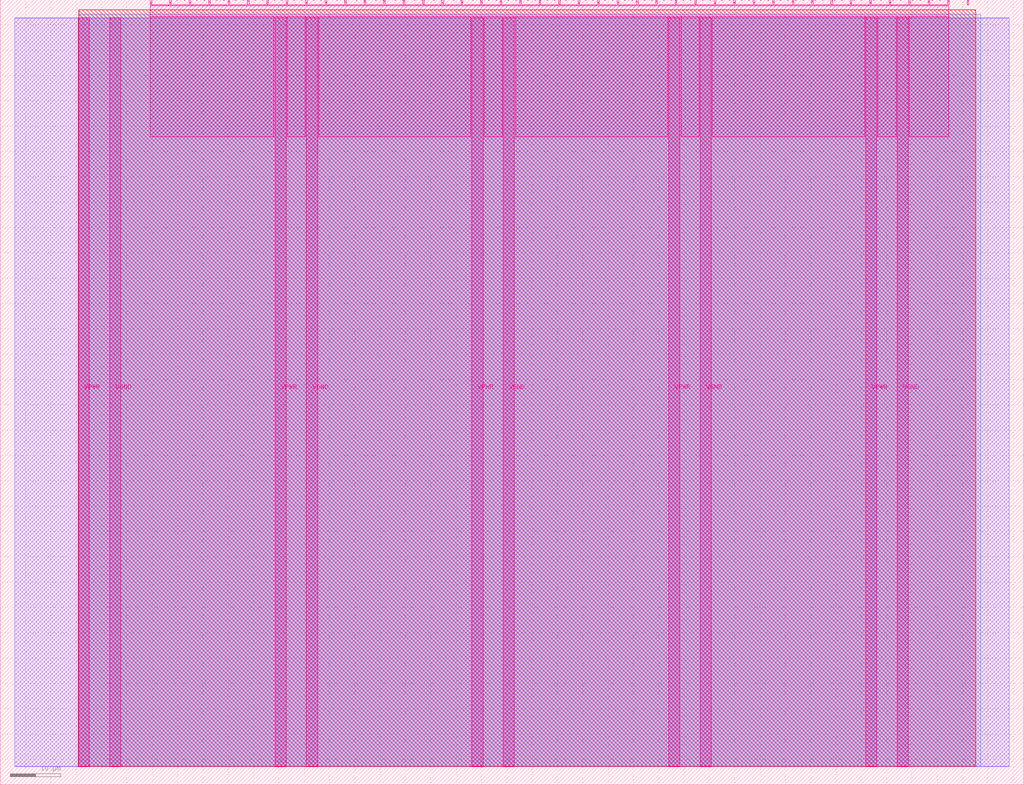
<source format=lef>
VERSION 5.7 ;
  NOWIREEXTENSIONATPIN ON ;
  DIVIDERCHAR "/" ;
  BUSBITCHARS "[]" ;
MACRO tt_um_lif1
  CLASS BLOCK ;
  FOREIGN tt_um_lif1 ;
  ORIGIN 0.000 0.000 ;
  SIZE 202.080 BY 154.980 ;
  PIN VGND
    DIRECTION INOUT ;
    USE GROUND ;
    PORT
      LAYER Metal5 ;
        RECT 21.580 3.560 23.780 151.420 ;
    END
    PORT
      LAYER Metal5 ;
        RECT 60.450 3.560 62.650 151.420 ;
    END
    PORT
      LAYER Metal5 ;
        RECT 99.320 3.560 101.520 151.420 ;
    END
    PORT
      LAYER Metal5 ;
        RECT 138.190 3.560 140.390 151.420 ;
    END
    PORT
      LAYER Metal5 ;
        RECT 177.060 3.560 179.260 151.420 ;
    END
  END VGND
  PIN VPWR
    DIRECTION INOUT ;
    USE POWER ;
    PORT
      LAYER Metal5 ;
        RECT 15.380 3.560 17.580 151.420 ;
    END
    PORT
      LAYER Metal5 ;
        RECT 54.250 3.560 56.450 151.420 ;
    END
    PORT
      LAYER Metal5 ;
        RECT 93.120 3.560 95.320 151.420 ;
    END
    PORT
      LAYER Metal5 ;
        RECT 131.990 3.560 134.190 151.420 ;
    END
    PORT
      LAYER Metal5 ;
        RECT 170.860 3.560 173.060 151.420 ;
    END
  END VPWR
  PIN clk
    DIRECTION INPUT ;
    USE SIGNAL ;
    ANTENNAGATEAREA 0.213200 ;
    PORT
      LAYER Metal5 ;
        RECT 187.050 153.980 187.350 154.980 ;
    END
  END clk
  PIN ena
    DIRECTION INPUT ;
    USE SIGNAL ;
    PORT
      LAYER Metal5 ;
        RECT 190.890 153.980 191.190 154.980 ;
    END
  END ena
  PIN rst_n
    DIRECTION INPUT ;
    USE SIGNAL ;
    ANTENNAGATEAREA 0.180700 ;
    PORT
      LAYER Metal5 ;
        RECT 183.210 153.980 183.510 154.980 ;
    END
  END rst_n
  PIN ui_in[0]
    DIRECTION INPUT ;
    USE SIGNAL ;
    PORT
      LAYER Metal5 ;
        RECT 179.370 153.980 179.670 154.980 ;
    END
  END ui_in[0]
  PIN ui_in[1]
    DIRECTION INPUT ;
    USE SIGNAL ;
    PORT
      LAYER Metal5 ;
        RECT 175.530 153.980 175.830 154.980 ;
    END
  END ui_in[1]
  PIN ui_in[2]
    DIRECTION INPUT ;
    USE SIGNAL ;
    PORT
      LAYER Metal5 ;
        RECT 171.690 153.980 171.990 154.980 ;
    END
  END ui_in[2]
  PIN ui_in[3]
    DIRECTION INPUT ;
    USE SIGNAL ;
    PORT
      LAYER Metal5 ;
        RECT 167.850 153.980 168.150 154.980 ;
    END
  END ui_in[3]
  PIN ui_in[4]
    DIRECTION INPUT ;
    USE SIGNAL ;
    PORT
      LAYER Metal5 ;
        RECT 164.010 153.980 164.310 154.980 ;
    END
  END ui_in[4]
  PIN ui_in[5]
    DIRECTION INPUT ;
    USE SIGNAL ;
    PORT
      LAYER Metal5 ;
        RECT 160.170 153.980 160.470 154.980 ;
    END
  END ui_in[5]
  PIN ui_in[6]
    DIRECTION INPUT ;
    USE SIGNAL ;
    PORT
      LAYER Metal5 ;
        RECT 156.330 153.980 156.630 154.980 ;
    END
  END ui_in[6]
  PIN ui_in[7]
    DIRECTION INPUT ;
    USE SIGNAL ;
    ANTENNAGATEAREA 0.180700 ;
    PORT
      LAYER Metal5 ;
        RECT 152.490 153.980 152.790 154.980 ;
    END
  END ui_in[7]
  PIN uio_in[0]
    DIRECTION INPUT ;
    USE SIGNAL ;
    PORT
      LAYER Metal5 ;
        RECT 148.650 153.980 148.950 154.980 ;
    END
  END uio_in[0]
  PIN uio_in[1]
    DIRECTION INPUT ;
    USE SIGNAL ;
    PORT
      LAYER Metal5 ;
        RECT 144.810 153.980 145.110 154.980 ;
    END
  END uio_in[1]
  PIN uio_in[2]
    DIRECTION INPUT ;
    USE SIGNAL ;
    PORT
      LAYER Metal5 ;
        RECT 140.970 153.980 141.270 154.980 ;
    END
  END uio_in[2]
  PIN uio_in[3]
    DIRECTION INPUT ;
    USE SIGNAL ;
    PORT
      LAYER Metal5 ;
        RECT 137.130 153.980 137.430 154.980 ;
    END
  END uio_in[3]
  PIN uio_in[4]
    DIRECTION INPUT ;
    USE SIGNAL ;
    PORT
      LAYER Metal5 ;
        RECT 133.290 153.980 133.590 154.980 ;
    END
  END uio_in[4]
  PIN uio_in[5]
    DIRECTION INPUT ;
    USE SIGNAL ;
    PORT
      LAYER Metal5 ;
        RECT 129.450 153.980 129.750 154.980 ;
    END
  END uio_in[5]
  PIN uio_in[6]
    DIRECTION INPUT ;
    USE SIGNAL ;
    PORT
      LAYER Metal5 ;
        RECT 125.610 153.980 125.910 154.980 ;
    END
  END uio_in[6]
  PIN uio_in[7]
    DIRECTION INPUT ;
    USE SIGNAL ;
    ANTENNAGATEAREA 0.180700 ;
    PORT
      LAYER Metal5 ;
        RECT 121.770 153.980 122.070 154.980 ;
    END
  END uio_in[7]
  PIN uio_oe[0]
    DIRECTION OUTPUT ;
    USE SIGNAL ;
    ANTENNADIFFAREA 0.299200 ;
    PORT
      LAYER Metal5 ;
        RECT 56.490 153.980 56.790 154.980 ;
    END
  END uio_oe[0]
  PIN uio_oe[1]
    DIRECTION OUTPUT ;
    USE SIGNAL ;
    ANTENNADIFFAREA 0.299200 ;
    PORT
      LAYER Metal5 ;
        RECT 52.650 153.980 52.950 154.980 ;
    END
  END uio_oe[1]
  PIN uio_oe[2]
    DIRECTION OUTPUT ;
    USE SIGNAL ;
    ANTENNADIFFAREA 0.299200 ;
    PORT
      LAYER Metal5 ;
        RECT 48.810 153.980 49.110 154.980 ;
    END
  END uio_oe[2]
  PIN uio_oe[3]
    DIRECTION OUTPUT ;
    USE SIGNAL ;
    ANTENNADIFFAREA 0.299200 ;
    PORT
      LAYER Metal5 ;
        RECT 44.970 153.980 45.270 154.980 ;
    END
  END uio_oe[3]
  PIN uio_oe[4]
    DIRECTION OUTPUT ;
    USE SIGNAL ;
    ANTENNADIFFAREA 0.299200 ;
    PORT
      LAYER Metal5 ;
        RECT 41.130 153.980 41.430 154.980 ;
    END
  END uio_oe[4]
  PIN uio_oe[5]
    DIRECTION OUTPUT ;
    USE SIGNAL ;
    ANTENNADIFFAREA 0.299200 ;
    PORT
      LAYER Metal5 ;
        RECT 37.290 153.980 37.590 154.980 ;
    END
  END uio_oe[5]
  PIN uio_oe[6]
    DIRECTION OUTPUT ;
    USE SIGNAL ;
    ANTENNADIFFAREA 0.299200 ;
    PORT
      LAYER Metal5 ;
        RECT 33.450 153.980 33.750 154.980 ;
    END
  END uio_oe[6]
  PIN uio_oe[7]
    DIRECTION OUTPUT ;
    USE SIGNAL ;
    ANTENNADIFFAREA 0.299200 ;
    PORT
      LAYER Metal5 ;
        RECT 29.610 153.980 29.910 154.980 ;
    END
  END uio_oe[7]
  PIN uio_out[0]
    DIRECTION OUTPUT ;
    USE SIGNAL ;
    ANTENNADIFFAREA 0.299200 ;
    PORT
      LAYER Metal5 ;
        RECT 87.210 153.980 87.510 154.980 ;
    END
  END uio_out[0]
  PIN uio_out[1]
    DIRECTION OUTPUT ;
    USE SIGNAL ;
    ANTENNADIFFAREA 0.299200 ;
    PORT
      LAYER Metal5 ;
        RECT 83.370 153.980 83.670 154.980 ;
    END
  END uio_out[1]
  PIN uio_out[2]
    DIRECTION OUTPUT ;
    USE SIGNAL ;
    ANTENNADIFFAREA 0.299200 ;
    PORT
      LAYER Metal5 ;
        RECT 79.530 153.980 79.830 154.980 ;
    END
  END uio_out[2]
  PIN uio_out[3]
    DIRECTION OUTPUT ;
    USE SIGNAL ;
    ANTENNADIFFAREA 0.299200 ;
    PORT
      LAYER Metal5 ;
        RECT 75.690 153.980 75.990 154.980 ;
    END
  END uio_out[3]
  PIN uio_out[4]
    DIRECTION OUTPUT ;
    USE SIGNAL ;
    ANTENNADIFFAREA 0.299200 ;
    PORT
      LAYER Metal5 ;
        RECT 71.850 153.980 72.150 154.980 ;
    END
  END uio_out[4]
  PIN uio_out[5]
    DIRECTION OUTPUT ;
    USE SIGNAL ;
    ANTENNADIFFAREA 0.299200 ;
    PORT
      LAYER Metal5 ;
        RECT 68.010 153.980 68.310 154.980 ;
    END
  END uio_out[5]
  PIN uio_out[6]
    DIRECTION OUTPUT ;
    USE SIGNAL ;
    ANTENNADIFFAREA 0.299200 ;
    PORT
      LAYER Metal5 ;
        RECT 64.170 153.980 64.470 154.980 ;
    END
  END uio_out[6]
  PIN uio_out[7]
    DIRECTION OUTPUT ;
    USE SIGNAL ;
    ANTENNADIFFAREA 0.299200 ;
    PORT
      LAYER Metal5 ;
        RECT 60.330 153.980 60.630 154.980 ;
    END
  END uio_out[7]
  PIN uo_out[0]
    DIRECTION OUTPUT ;
    USE SIGNAL ;
    ANTENNADIFFAREA 0.654800 ;
    PORT
      LAYER Metal5 ;
        RECT 117.930 153.980 118.230 154.980 ;
    END
  END uo_out[0]
  PIN uo_out[1]
    DIRECTION OUTPUT ;
    USE SIGNAL ;
    ANTENNADIFFAREA 0.654800 ;
    PORT
      LAYER Metal5 ;
        RECT 114.090 153.980 114.390 154.980 ;
    END
  END uo_out[1]
  PIN uo_out[2]
    DIRECTION OUTPUT ;
    USE SIGNAL ;
    ANTENNAGATEAREA 0.470600 ;
    ANTENNADIFFAREA 0.632400 ;
    PORT
      LAYER Metal5 ;
        RECT 110.250 153.980 110.550 154.980 ;
    END
  END uo_out[2]
  PIN uo_out[3]
    DIRECTION OUTPUT ;
    USE SIGNAL ;
    ANTENNAGATEAREA 1.196000 ;
    ANTENNADIFFAREA 0.632400 ;
    PORT
      LAYER Metal5 ;
        RECT 106.410 153.980 106.710 154.980 ;
    END
  END uo_out[3]
  PIN uo_out[4]
    DIRECTION OUTPUT ;
    USE SIGNAL ;
    ANTENNAGATEAREA 1.277900 ;
    ANTENNADIFFAREA 0.632400 ;
    PORT
      LAYER Metal5 ;
        RECT 102.570 153.980 102.870 154.980 ;
    END
  END uo_out[4]
  PIN uo_out[5]
    DIRECTION OUTPUT ;
    USE SIGNAL ;
    ANTENNAGATEAREA 1.003100 ;
    ANTENNADIFFAREA 0.632400 ;
    PORT
      LAYER Metal5 ;
        RECT 98.730 153.980 99.030 154.980 ;
    END
  END uo_out[5]
  PIN uo_out[6]
    DIRECTION OUTPUT ;
    USE SIGNAL ;
    ANTENNAGATEAREA 1.306000 ;
    ANTENNADIFFAREA 0.632400 ;
    PORT
      LAYER Metal5 ;
        RECT 94.890 153.980 95.190 154.980 ;
    END
  END uo_out[6]
  PIN uo_out[7]
    DIRECTION OUTPUT ;
    USE SIGNAL ;
    ANTENNAGATEAREA 0.712400 ;
    ANTENNADIFFAREA 0.632400 ;
    PORT
      LAYER Metal5 ;
        RECT 91.050 153.980 91.350 154.980 ;
    END
  END uo_out[7]
  OBS
      LAYER GatPoly ;
        RECT 2.880 3.630 199.200 151.350 ;
      LAYER Metal1 ;
        RECT 2.880 3.560 199.200 151.420 ;
      LAYER Metal2 ;
        RECT 15.515 3.680 193.585 152.140 ;
      LAYER Metal3 ;
        RECT 15.560 3.635 192.580 153.025 ;
      LAYER Metal4 ;
        RECT 15.515 3.680 192.625 152.980 ;
      LAYER Metal5 ;
        RECT 30.120 153.770 33.240 153.980 ;
        RECT 33.960 153.770 37.080 153.980 ;
        RECT 37.800 153.770 40.920 153.980 ;
        RECT 41.640 153.770 44.760 153.980 ;
        RECT 45.480 153.770 48.600 153.980 ;
        RECT 49.320 153.770 52.440 153.980 ;
        RECT 53.160 153.770 56.280 153.980 ;
        RECT 57.000 153.770 60.120 153.980 ;
        RECT 60.840 153.770 63.960 153.980 ;
        RECT 64.680 153.770 67.800 153.980 ;
        RECT 68.520 153.770 71.640 153.980 ;
        RECT 72.360 153.770 75.480 153.980 ;
        RECT 76.200 153.770 79.320 153.980 ;
        RECT 80.040 153.770 83.160 153.980 ;
        RECT 83.880 153.770 87.000 153.980 ;
        RECT 87.720 153.770 90.840 153.980 ;
        RECT 91.560 153.770 94.680 153.980 ;
        RECT 95.400 153.770 98.520 153.980 ;
        RECT 99.240 153.770 102.360 153.980 ;
        RECT 103.080 153.770 106.200 153.980 ;
        RECT 106.920 153.770 110.040 153.980 ;
        RECT 110.760 153.770 113.880 153.980 ;
        RECT 114.600 153.770 117.720 153.980 ;
        RECT 118.440 153.770 121.560 153.980 ;
        RECT 122.280 153.770 125.400 153.980 ;
        RECT 126.120 153.770 129.240 153.980 ;
        RECT 129.960 153.770 133.080 153.980 ;
        RECT 133.800 153.770 136.920 153.980 ;
        RECT 137.640 153.770 140.760 153.980 ;
        RECT 141.480 153.770 144.600 153.980 ;
        RECT 145.320 153.770 148.440 153.980 ;
        RECT 149.160 153.770 152.280 153.980 ;
        RECT 153.000 153.770 156.120 153.980 ;
        RECT 156.840 153.770 159.960 153.980 ;
        RECT 160.680 153.770 163.800 153.980 ;
        RECT 164.520 153.770 167.640 153.980 ;
        RECT 168.360 153.770 171.480 153.980 ;
        RECT 172.200 153.770 175.320 153.980 ;
        RECT 176.040 153.770 179.160 153.980 ;
        RECT 179.880 153.770 183.000 153.980 ;
        RECT 183.720 153.770 186.840 153.980 ;
        RECT 29.660 151.630 187.300 153.770 ;
        RECT 29.660 127.955 54.040 151.630 ;
        RECT 56.660 127.955 60.240 151.630 ;
        RECT 62.860 127.955 92.910 151.630 ;
        RECT 95.530 127.955 99.110 151.630 ;
        RECT 101.730 127.955 131.780 151.630 ;
        RECT 134.400 127.955 137.980 151.630 ;
        RECT 140.600 127.955 170.650 151.630 ;
        RECT 173.270 127.955 176.850 151.630 ;
        RECT 179.470 127.955 187.300 151.630 ;
  END
END tt_um_lif1
END LIBRARY


</source>
